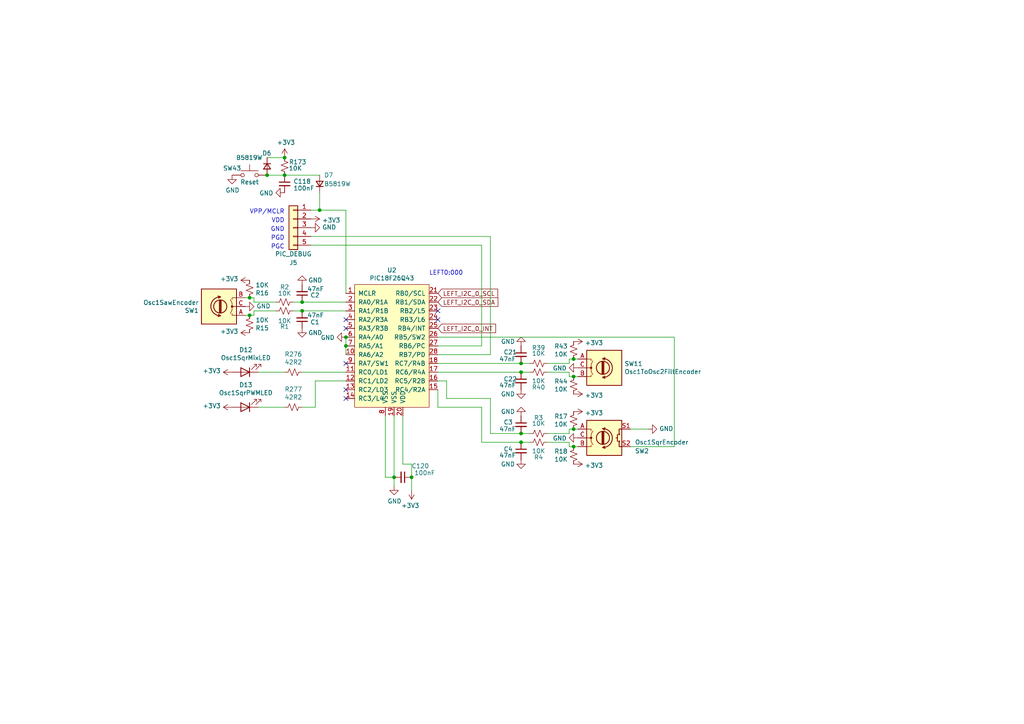
<source format=kicad_sch>
(kicad_sch (version 20210621) (generator eeschema)
  (paper "A4")
  (lib_symbols
    (symbol "Connector_Generic:Conn_01x05" (pin_names (offset 1.016) hide)
      (property "Reference" "J" (at 0 7.62 0))
      (property "Value" "Conn_01x05" (at 0 -7.62 0))
      (symbol "Conn_01x05_1_1"
        (rectangle (start -1.27 -4.953) (end 0 -5.207) (stroke (width 0.1524)))
        (rectangle (start -1.27 -2.413) (end 0 -2.667) (stroke (width 0.1524)))
        (rectangle (start -1.27 0.127) (end 0 -0.127) (stroke (width 0.1524)))
        (rectangle (start -1.27 2.667) (end 0 2.413) (stroke (width 0.1524)))
        (rectangle (start -1.27 5.207) (end 0 4.953) (stroke (width 0.1524)))
        (rectangle (start -1.27 6.35) (end 1.27 -6.35) (stroke (width 0.254)) (fill (type background)))
        (pin passive line (at -5.08 5.08 0) (length 3.81) (name "Pin_1") (number "1"))
        (pin passive line (at -5.08 2.54 0) (length 3.81) (name "Pin_2") (number "2"))
        (pin passive line (at -5.08 0 0) (length 3.81) (name "Pin_3") (number "3"))
        (pin passive line (at -5.08 -2.54 0) (length 3.81) (name "Pin_4") (number "4"))
        (pin passive line (at -5.08 -5.08 0) (length 3.81) (name "Pin_5") (number "5"))
      )
    )
    (symbol "Device:C_Small" (pin_numbers hide) (pin_names (offset 0.254) hide)
      (property "Reference" "C" (at 0.254 1.778 0))
      (property "Value" "C_Small" (at 0.254 -2.032 0))
      (symbol "C_Small_0_1"
        (polyline (pts (xy -1.524 -0.508) (xy 1.524 -0.508)) (stroke (width 0.3302)))
        (polyline (pts (xy -1.524 0.508) (xy 1.524 0.508)) (stroke (width 0.3048)))
      )
      (symbol "C_Small_1_1"
        (pin passive line (at 0 2.54 270) (length 2.032) (name "~") (number "1"))
        (pin passive line (at 0 -2.54 90) (length 2.032) (name "~") (number "2"))
      )
    )
    (symbol "Device:D_Small" (pin_numbers hide) (pin_names (offset 0.254) hide)
      (property "Reference" "D" (at -1.27 2.032 0))
      (property "Value" "D_Small" (at -3.81 -2.032 0))
      (symbol "D_Small_0_1"
        (polyline (pts (xy -0.762 -1.016) (xy -0.762 1.016)) (stroke (width 0.254)))
        (polyline (pts (xy -0.762 0) (xy 0.762 0)))
        (polyline (pts (xy 0.762 -1.016) (xy -0.762 0) (xy 0.762 1.016) (xy 0.762 -1.016)) (stroke (width 0.254)))
      )
      (symbol "D_Small_1_1"
        (pin passive line (at -2.54 0 0) (length 1.778) (name "K") (number "1"))
        (pin passive line (at 2.54 0 180) (length 1.778) (name "A") (number "2"))
      )
    )
    (symbol "Device:LED" (pin_numbers hide) (pin_names (offset 1.016) hide)
      (property "Reference" "D" (at 0 2.54 0))
      (property "Value" "LED" (at 0 -2.54 0))
      (symbol "LED_0_1"
        (polyline (pts (xy -1.27 -1.27) (xy -1.27 1.27)) (stroke (width 0.254)))
        (polyline (pts (xy -1.27 0) (xy 1.27 0)))
        (polyline (pts (xy 1.27 -1.27) (xy 1.27 1.27) (xy -1.27 0) (xy 1.27 -1.27)) (stroke (width 0.254)))
        (polyline (pts (xy -3.048 -0.762) (xy -4.572 -2.286) (xy -3.81 -2.286) (xy -4.572 -2.286) (xy -4.572 -1.524)))
        (polyline (pts (xy -1.778 -0.762) (xy -3.302 -2.286) (xy -2.54 -2.286) (xy -3.302 -2.286) (xy -3.302 -1.524)))
      )
      (symbol "LED_1_1"
        (pin passive line (at -3.81 0 0) (length 2.54) (name "K") (number "1"))
        (pin passive line (at 3.81 0 180) (length 2.54) (name "A") (number "2"))
      )
    )
    (symbol "Device:R_Small_US" (pin_numbers hide) (pin_names (offset 0.254) hide)
      (property "Reference" "R" (at 0.762 0.508 0))
      (property "Value" "R_Small_US" (at 0.762 -1.016 0))
      (symbol "R_Small_US_1_1"
        (polyline (pts (xy 0 0) (xy 1.016 -0.381) (xy 0 -0.762) (xy -1.016 -1.143) (xy 0 -1.524)))
        (polyline (pts (xy 0 1.524) (xy 1.016 1.143) (xy 0 0.762) (xy -1.016 0.381) (xy 0 0)))
        (pin passive line (at 0 2.54 270) (length 1.016) (name "~") (number "1"))
        (pin passive line (at 0 -2.54 90) (length 1.016) (name "~") (number "2"))
      )
    )
    (symbol "Device:RotaryEncoder" (pin_names (offset 0.254) hide)
      (property "Reference" "SW" (at 0 6.604 0))
      (property "Value" "RotaryEncoder" (at 0 -6.604 0))
      (symbol "RotaryEncoder_0_1"
        (arc (start -0.381 -2.794) (end -0.381 2.667) (radius (at -0.381 -0.0508) (length 2.7432) (angles -89.9 89.9)) (stroke (width 0.254)))
        (circle (center -0.381 0) (radius 1.905) (stroke (width 0.254)))
        (circle (center -3.81 0) (radius 0.254) (fill (type outline)))
        (rectangle (start -5.08 5.08) (end 5.08 -5.08) (stroke (width 0.254)) (fill (type background)))
        (polyline (pts (xy -0.635 -1.778) (xy -0.635 1.778)) (stroke (width 0.254)))
        (polyline (pts (xy -0.381 -1.778) (xy -0.381 1.778)) (stroke (width 0.254)))
        (polyline (pts (xy -0.127 1.778) (xy -0.127 -1.778)) (stroke (width 0.254)))
        (polyline (pts (xy -5.08 -2.54) (xy -3.81 -2.54) (xy -3.81 -2.032)))
        (polyline (pts (xy -5.08 2.54) (xy -3.81 2.54) (xy -3.81 2.032)))
        (polyline (pts (xy 0.254 -3.048) (xy -0.508 -2.794) (xy 0.127 -2.413)) (stroke (width 0.254)))
        (polyline (pts (xy 0.254 2.921) (xy -0.508 2.667) (xy 0.127 2.286)) (stroke (width 0.254)))
        (polyline (pts (xy -5.08 0) (xy -3.81 0) (xy -3.81 -1.016) (xy -3.302 -2.032)))
        (polyline (pts (xy -4.318 0) (xy -3.81 0) (xy -3.81 1.016) (xy -3.302 2.032)))
      )
      (symbol "RotaryEncoder_1_1"
        (pin passive line (at -7.62 2.54 0) (length 2.54) (name "A") (number "A"))
        (pin passive line (at -7.62 -2.54 0) (length 2.54) (name "B") (number "B"))
        (pin passive line (at -7.62 0 0) (length 2.54) (name "C") (number "C"))
      )
    )
    (symbol "Device:RotaryEncoder_Switch" (pin_names (offset 0.254) hide)
      (property "Reference" "SW" (at 0 6.604 0))
      (property "Value" "RotaryEncoder_Switch" (at 0 -6.604 0))
      (symbol "RotaryEncoder_Switch_0_1"
        (arc (start -0.381 -2.794) (end -0.381 2.667) (radius (at -0.381 -0.0508) (length 2.7432) (angles -89.9 89.9)) (stroke (width 0.254)))
        (circle (center -0.381 0) (radius 1.905) (stroke (width 0.254)))
        (circle (center 4.318 -1.016) (radius 0.127) (stroke (width 0.254)))
        (circle (center 4.318 1.016) (radius 0.127) (stroke (width 0.254)))
        (circle (center -3.81 0) (radius 0.254) (fill (type outline)))
        (rectangle (start -5.08 5.08) (end 5.08 -5.08) (stroke (width 0.254)) (fill (type background)))
        (polyline (pts (xy -0.635 -1.778) (xy -0.635 1.778)) (stroke (width 0.254)))
        (polyline (pts (xy -0.381 -1.778) (xy -0.381 1.778)) (stroke (width 0.254)))
        (polyline (pts (xy -0.127 1.778) (xy -0.127 -1.778)) (stroke (width 0.254)))
        (polyline (pts (xy 3.81 0) (xy 3.429 0)) (stroke (width 0.254)))
        (polyline (pts (xy 3.81 1.016) (xy 3.81 -1.016)) (stroke (width 0.254)))
        (polyline (pts (xy -5.08 -2.54) (xy -3.81 -2.54) (xy -3.81 -2.032)))
        (polyline (pts (xy -5.08 2.54) (xy -3.81 2.54) (xy -3.81 2.032)))
        (polyline (pts (xy 0.254 -3.048) (xy -0.508 -2.794) (xy 0.127 -2.413)) (stroke (width 0.254)))
        (polyline (pts (xy 0.254 2.921) (xy -0.508 2.667) (xy 0.127 2.286)) (stroke (width 0.254)))
        (polyline (pts (xy 5.08 -2.54) (xy 4.318 -2.54) (xy 4.318 -1.016)) (stroke (width 0.254)))
        (polyline (pts (xy 5.08 2.54) (xy 4.318 2.54) (xy 4.318 1.016)) (stroke (width 0.254)))
        (polyline (pts (xy -5.08 0) (xy -3.81 0) (xy -3.81 -1.016) (xy -3.302 -2.032)))
        (polyline (pts (xy -4.318 0) (xy -3.81 0) (xy -3.81 1.016) (xy -3.302 2.032)))
      )
      (symbol "RotaryEncoder_Switch_1_1"
        (pin passive line (at -7.62 2.54 0) (length 2.54) (name "A") (number "A"))
        (pin passive line (at -7.62 -2.54 0) (length 2.54) (name "B") (number "B"))
        (pin passive line (at -7.62 0 0) (length 2.54) (name "C") (number "C"))
        (pin passive line (at 7.62 2.54 180) (length 2.54) (name "S1") (number "S1"))
        (pin passive line (at 7.62 -2.54 180) (length 2.54) (name "S2") (number "S2"))
      )
    )
    (symbol "PIC18F26Q43:PIC18F26Q43" (pin_names (offset 1.016))
      (property "Reference" "U" (at -6.35 -1.27 0))
      (property "Value" "PIC18F26Q43" (at -6.35 -3.81 0))
      (symbol "PIC18F26Q43_0_1"
        (rectangle (start -17.78 -6.35) (end 3.81 -41.91) (fill (type background)))
      )
      (symbol "PIC18F26Q43_1_1"
        (pin input line (at -20.32 -8.89 0) (length 2.54) (name "MCLR") (number "1"))
        (pin input line (at -20.32 -26.67 0) (length 2.54) (name "RA6/A2") (number "10"))
        (pin output line (at -20.32 -31.75 0) (length 2.54) (name "RC0/LD1") (number "11"))
        (pin output line (at -20.32 -34.29 0) (length 2.54) (name "RC1/LD2") (number "12"))
        (pin output line (at -20.32 -36.83 0) (length 2.54) (name "RC2/LD3") (number "13"))
        (pin output line (at -20.32 -39.37 0) (length 2.54) (name "RC3/L4") (number "14"))
        (pin input line (at 6.35 -36.83 180) (length 2.54) (name "RC4/R2A") (number "15"))
        (pin input line (at 6.35 -34.29 180) (length 2.54) (name "RC5/R2B") (number "16"))
        (pin input line (at 6.35 -31.75 180) (length 2.54) (name "RC6/R4A") (number "17"))
        (pin input line (at 6.35 -29.21 180) (length 2.54) (name "RC7/R4B") (number "18"))
        (pin power_in line (at -6.35 -44.45 90) (length 2.54) (name "VSS") (number "19"))
        (pin input line (at -20.32 -11.43 0) (length 2.54) (name "RA0/R1A") (number "2"))
        (pin power_in line (at -3.81 -44.45 90) (length 2.54) (name "VDD") (number "20"))
        (pin input line (at 6.35 -8.89 180) (length 2.54) (name "RB0/SCL") (number "21"))
        (pin bidirectional line (at 6.35 -11.43 180) (length 2.54) (name "RB1/SDA") (number "22"))
        (pin output line (at 6.35 -13.97 180) (length 2.54) (name "RB2/L5") (number "23"))
        (pin output line (at 6.35 -16.51 180) (length 2.54) (name "RB3/L6") (number "24"))
        (pin bidirectional line (at 6.35 -19.05 180) (length 2.54) (name "RB4/INT") (number "25"))
        (pin output line (at 6.35 -21.59 180) (length 2.54) (name "RB5/SW2") (number "26"))
        (pin input line (at 6.35 -24.13 180) (length 2.54) (name "RB6/PC") (number "27"))
        (pin input line (at 6.35 -26.67 180) (length 2.54) (name "RB7/PD") (number "28"))
        (pin input line (at -20.32 -13.97 0) (length 2.54) (name "RA1/R1B") (number "3"))
        (pin input line (at -20.32 -16.51 0) (length 2.54) (name "RA2/R3A") (number "4"))
        (pin input line (at -20.32 -19.05 0) (length 2.54) (name "RA3/R3B") (number "5"))
        (pin input line (at -20.32 -21.59 0) (length 2.54) (name "RA4/A0") (number "6"))
        (pin input line (at -20.32 -24.13 0) (length 2.54) (name "RA5/A1") (number "7"))
        (pin power_in line (at -8.89 -44.45 90) (length 2.54) (name "VSS") (number "8"))
        (pin input line (at -20.32 -29.21 0) (length 2.54) (name "RA7/SW1") (number "9"))
      )
    )
    (symbol "Switch:SW_Push" (pin_numbers hide) (pin_names (offset 1.016) hide)
      (property "Reference" "SW" (at 1.27 2.54 0))
      (property "Value" "SW_Push" (at 0 -1.524 0))
      (symbol "SW_Push_0_1"
        (circle (center -2.032 0) (radius 0.508))
        (circle (center 2.032 0) (radius 0.508))
        (polyline (pts (xy 0 1.27) (xy 0 3.048)))
        (polyline (pts (xy 2.54 1.27) (xy -2.54 1.27)))
        (pin passive line (at -5.08 0 0) (length 2.54) (name "1") (number "1"))
        (pin passive line (at 5.08 0 180) (length 2.54) (name "2") (number "2"))
      )
    )
    (symbol "power:+3.3V" (power) (pin_names (offset 0))
      (property "Value" "+3.3V" (at 0 3.556 0))
      (symbol "+3.3V_0_1"
        (polyline (pts (xy -0.762 1.27) (xy 0 2.54)))
        (polyline (pts (xy 0 0) (xy 0 2.54)))
        (polyline (pts (xy 0 2.54) (xy 0.762 1.27)))
      )
      (symbol "+3.3V_1_1"
        (pin power_in line (at 0 0 90) (length 0) hide (name "+3V3") (number "1"))
      )
    )
    (symbol "power:GND" (power) (pin_names (offset 0))
      (property "Value" "GND" (at 0 -3.81 0))
      (symbol "GND_0_1"
        (polyline (pts (xy 0 0) (xy 0 -1.27) (xy 1.27 -1.27) (xy 0 -2.54) (xy -1.27 -1.27) (xy 0 -1.27)))
      )
      (symbol "GND_1_1"
        (pin power_in line (at 0 0 270) (length 0) hide (name "GND") (number "1"))
      )
    )
  )
  (junction (at 72.39 86.36))
  (junction (at 72.39 91.44))
  (junction (at 77.47 50.8))
  (junction (at 82.55 45.72))
  (junction (at 82.55 50.8))
  (junction (at 87.63 87.63))
  (junction (at 87.63 90.17))
  (junction (at 92.71 60.96))
  (junction (at 100.33 97.79))
  (junction (at 100.33 100.33))
  (junction (at 114.3 138.43))
  (junction (at 119.38 138.43))
  (junction (at 151.13 105.41))
  (junction (at 151.13 107.95))
  (junction (at 151.13 125.73))
  (junction (at 151.13 128.27))
  (junction (at 166.37 104.14))
  (junction (at 166.37 109.22))
  (junction (at 166.37 124.46))
  (junction (at 166.37 129.54))
  (no_connect (at 100.33 92.71))
  (no_connect (at 100.33 95.25))
  (no_connect (at 100.33 105.41))
  (no_connect (at 100.33 113.03))
  (no_connect (at 100.33 115.57))
  (no_connect (at 127 90.17))
  (no_connect (at 127 92.71))
  (wire (pts (xy 72.39 86.36) (xy 71.12 86.36)))
  (wire (pts (xy 72.39 91.44) (xy 71.12 91.44)))
  (wire (pts (xy 73.66 86.36) (xy 72.39 86.36)))
  (wire (pts (xy 73.66 87.63) (xy 73.66 86.36)))
  (wire (pts (xy 73.66 91.44) (xy 72.39 91.44)))
  (wire (pts (xy 73.66 91.44) (xy 73.66 90.17)))
  (wire (pts (xy 74.93 107.95) (xy 82.55 107.95)))
  (wire (pts (xy 77.47 50.8) (xy 82.55 50.8)))
  (wire (pts (xy 80.01 87.63) (xy 73.66 87.63)))
  (wire (pts (xy 80.01 90.17) (xy 73.66 90.17)))
  (wire (pts (xy 82.55 45.72) (xy 77.47 45.72)))
  (wire (pts (xy 82.55 50.8) (xy 92.71 50.8)))
  (wire (pts (xy 82.55 118.11) (xy 74.93 118.11)))
  (wire (pts (xy 85.09 87.63) (xy 87.63 87.63)))
  (wire (pts (xy 85.09 90.17) (xy 87.63 90.17)))
  (wire (pts (xy 87.63 87.63) (xy 100.33 87.63)))
  (wire (pts (xy 87.63 90.17) (xy 100.33 90.17)))
  (wire (pts (xy 87.63 107.95) (xy 100.33 107.95)))
  (wire (pts (xy 87.63 118.11) (xy 91.44 118.11)))
  (wire (pts (xy 90.17 60.96) (xy 92.71 60.96)))
  (wire (pts (xy 90.17 68.58) (xy 142.24 68.58)))
  (wire (pts (xy 90.17 71.12) (xy 139.7 71.12)))
  (wire (pts (xy 91.44 110.49) (xy 100.33 110.49)))
  (wire (pts (xy 91.44 118.11) (xy 91.44 110.49)))
  (wire (pts (xy 92.71 60.96) (xy 92.71 55.88)))
  (wire (pts (xy 100.33 60.96) (xy 92.71 60.96)))
  (wire (pts (xy 100.33 60.96) (xy 100.33 85.09)))
  (wire (pts (xy 100.33 97.79) (xy 100.33 100.33)))
  (wire (pts (xy 100.33 100.33) (xy 100.33 102.87)))
  (wire (pts (xy 111.76 120.65) (xy 111.76 138.43)))
  (wire (pts (xy 111.76 138.43) (xy 114.3 138.43)))
  (wire (pts (xy 114.3 120.65) (xy 114.3 138.43)))
  (wire (pts (xy 114.3 138.43) (xy 114.3 140.97)))
  (wire (pts (xy 116.84 120.65) (xy 116.84 134.62)))
  (wire (pts (xy 119.38 134.62) (xy 116.84 134.62)))
  (wire (pts (xy 119.38 134.62) (xy 119.38 138.43)))
  (wire (pts (xy 119.38 142.24) (xy 119.38 138.43)))
  (wire (pts (xy 127 97.79) (xy 195.58 97.79)))
  (wire (pts (xy 127 102.87) (xy 142.24 102.87)))
  (wire (pts (xy 127 105.41) (xy 151.13 105.41)))
  (wire (pts (xy 127 107.95) (xy 151.13 107.95)))
  (wire (pts (xy 127 113.03) (xy 127 118.11)))
  (wire (pts (xy 127 118.11) (xy 139.7 118.11)))
  (wire (pts (xy 129.54 110.49) (xy 127 110.49)))
  (wire (pts (xy 129.54 115.57) (xy 129.54 110.49)))
  (wire (pts (xy 139.7 71.12) (xy 139.7 100.33)))
  (wire (pts (xy 139.7 100.33) (xy 127 100.33)))
  (wire (pts (xy 139.7 118.11) (xy 139.7 128.27)))
  (wire (pts (xy 139.7 128.27) (xy 151.13 128.27)))
  (wire (pts (xy 142.24 68.58) (xy 142.24 102.87)))
  (wire (pts (xy 142.24 115.57) (xy 129.54 115.57)))
  (wire (pts (xy 142.24 115.57) (xy 142.24 125.73)))
  (wire (pts (xy 142.24 125.73) (xy 151.13 125.73)))
  (wire (pts (xy 153.67 105.41) (xy 151.13 105.41)))
  (wire (pts (xy 153.67 107.95) (xy 151.13 107.95)))
  (wire (pts (xy 153.67 125.73) (xy 151.13 125.73)))
  (wire (pts (xy 153.67 128.27) (xy 151.13 128.27)))
  (wire (pts (xy 158.75 105.41) (xy 165.1 105.41)))
  (wire (pts (xy 158.75 107.95) (xy 165.1 107.95)))
  (wire (pts (xy 158.75 125.73) (xy 165.1 125.73)))
  (wire (pts (xy 158.75 128.27) (xy 165.1 128.27)))
  (wire (pts (xy 165.1 104.14) (xy 165.1 105.41)))
  (wire (pts (xy 165.1 104.14) (xy 166.37 104.14)))
  (wire (pts (xy 165.1 107.95) (xy 165.1 109.22)))
  (wire (pts (xy 165.1 109.22) (xy 166.37 109.22)))
  (wire (pts (xy 165.1 124.46) (xy 165.1 125.73)))
  (wire (pts (xy 165.1 124.46) (xy 166.37 124.46)))
  (wire (pts (xy 165.1 128.27) (xy 165.1 129.54)))
  (wire (pts (xy 165.1 129.54) (xy 166.37 129.54)))
  (wire (pts (xy 166.37 104.14) (xy 167.64 104.14)))
  (wire (pts (xy 166.37 109.22) (xy 167.64 109.22)))
  (wire (pts (xy 166.37 124.46) (xy 167.64 124.46)))
  (wire (pts (xy 166.37 129.54) (xy 167.64 129.54)))
  (wire (pts (xy 182.88 124.46) (xy 187.96 124.46)))
  (wire (pts (xy 182.88 129.54) (xy 195.58 129.54)))
  (wire (pts (xy 195.58 97.79) (xy 195.58 129.54)))
  (text "VPP/MCLR" (at 82.55 62.23 180) (effects (font (size 1.27 1.27)) (justify right bottom)))
  (text "VDD" (at 82.55 64.77 180) (effects (font (size 1.27 1.27)) (justify right bottom)))
  (text "GND" (at 82.55 67.31 180) (effects (font (size 1.27 1.27)) (justify right bottom)))
  (text "PGD" (at 82.55 69.85 180) (effects (font (size 1.27 1.27)) (justify right bottom)))
  (text "PGC" (at 82.55 72.39 180) (effects (font (size 1.27 1.27)) (justify right bottom)))
  (text "LEFT0:000" (at 124.46 80.01 0) (effects (font (size 1.27 1.27)) (justify left bottom)))
  (global_label "LEFT_I2C_0_SCL" (shape input) (at 127 85.09 0) (property "Intersheet References" "${INTERSHEET_REFS}" (effects hide)))
  (global_label "LEFT_I2C_0_SDA" (shape input) (at 127 87.63 0) (property "Intersheet References" "${INTERSHEET_REFS}" (effects hide)))
  (global_label "LEFT_I2C_0_INT" (shape input) (at 127 95.25 0) (property "Intersheet References" "${INTERSHEET_REFS}" (effects hide)))
  (symbol (lib_id "power:+3.3V") (at 67.31 107.95 90) (unit 1)
    (property "Reference" "#PWR0638" (effects hide))
    (property "Value" "+3.3V" (at 64.0588 107.569 90) (effects (justify left)))
  )
  (symbol (lib_id "power:+3.3V") (at 67.31 118.11 90) (unit 1)
    (property "Reference" "#PWR0639" (effects hide))
    (property "Value" "+3.3V" (at 64.0588 117.729 90) (effects (justify left)))
  )
  (symbol (lib_id "power:+3.3V") (at 72.39 81.28 90) (unit 1)
    (property "Reference" "#PWR0205" (effects hide))
    (property "Value" "+3.3V" (at 69.1388 80.899 90) (effects (justify left)))
  )
  (symbol (lib_id "power:+3.3V") (at 72.39 96.52 90) (unit 1)
    (property "Reference" "#PWR0202" (effects hide))
    (property "Value" "+3.3V" (at 69.1388 96.139 90) (effects (justify left)))
  )
  (symbol (lib_id "power:+3.3V") (at 82.55 45.72 0) (unit 1)
    (property "Reference" "#PWR0193" (effects hide))
    (property "Value" "+3.3V" (at 82.931 41.3258 0))
  )
  (symbol (lib_id "power:+3.3V") (at 90.17 63.5 270) (unit 1)
    (property "Reference" "#PWR0196" (effects hide))
    (property "Value" "+3.3V" (at 93.4212 63.881 90) (effects (justify left)))
  )
  (symbol (lib_id "power:+3.3V") (at 119.38 142.24 180) (unit 1)
    (property "Reference" "#PWR0200" (effects hide))
    (property "Value" "+3.3V" (at 118.999 146.6342 0))
  )
  (symbol (lib_id "power:+3.3V") (at 166.37 99.06 270) (unit 1)
    (property "Reference" "#PWR0211" (effects hide))
    (property "Value" "+3.3V" (at 169.6212 99.441 90) (effects (justify left)))
  )
  (symbol (lib_id "power:+3.3V") (at 166.37 114.3 270) (unit 1)
    (property "Reference" "#PWR0217" (effects hide))
    (property "Value" "+3.3V" (at 169.6212 114.681 90) (effects (justify left)))
  )
  (symbol (lib_id "power:+3.3V") (at 166.37 119.38 270) (unit 1)
    (property "Reference" "#PWR0208" (effects hide))
    (property "Value" "+3.3V" (at 169.6212 119.761 90) (effects (justify left)))
  )
  (symbol (lib_id "power:+3.3V") (at 166.37 134.62 270) (unit 1)
    (property "Reference" "#PWR0209" (effects hide))
    (property "Value" "+3.3V" (at 169.6212 135.001 90) (effects (justify left)))
  )
  (symbol (lib_id "power:GND") (at 67.31 50.8 0) (unit 1)
    (property "Reference" "#PWR0252" (effects hide))
    (property "Value" "GND" (at 67.437 55.1942 0))
  )
  (symbol (lib_id "power:GND") (at 71.12 88.9 90) (unit 1)
    (property "Reference" "#PWR073" (effects hide))
    (property "Value" "GND" (at 74.3712 88.773 90) (effects (justify right)))
  )
  (symbol (lib_id "power:GND") (at 82.55 55.88 270) (unit 1)
    (property "Reference" "#PWR0251" (effects hide))
    (property "Value" "GND" (at 79.2988 56.007 90) (effects (justify right)))
  )
  (symbol (lib_id "power:GND") (at 87.63 82.55 180) (unit 1)
    (property "Reference" "#PWR052" (effects hide))
    (property "Value" "GND" (at 91.44 81.28 0))
  )
  (symbol (lib_id "power:GND") (at 87.63 95.25 0) (unit 1)
    (property "Reference" "#PWR051" (effects hide))
    (property "Value" "GND" (at 91.44 96.52 0))
  )
  (symbol (lib_id "power:GND") (at 90.17 66.04 90) (unit 1)
    (property "Reference" "#PWR0249" (effects hide))
    (property "Value" "GND" (at 93.4212 65.913 90) (effects (justify right)))
  )
  (symbol (lib_id "power:GND") (at 100.33 97.79 270) (unit 1)
    (property "Reference" "#PWR0903" (effects hide))
    (property "Value" "GND" (at 97.0788 97.917 90) (effects (justify right)))
  )
  (symbol (lib_id "power:GND") (at 114.3 140.97 0) (unit 1)
    (property "Reference" "#PWR0243" (effects hide))
    (property "Value" "GND" (at 114.427 145.3642 0))
  )
  (symbol (lib_id "power:GND") (at 151.13 100.33 180) (unit 1)
    (property "Reference" "#PWR097" (effects hide))
    (property "Value" "GND" (at 147.32 99.06 0))
  )
  (symbol (lib_id "power:GND") (at 151.13 113.03 0) (unit 1)
    (property "Reference" "#PWR098" (effects hide))
    (property "Value" "GND" (at 147.32 114.3 0))
  )
  (symbol (lib_id "power:GND") (at 151.13 120.65 180) (unit 1)
    (property "Reference" "#PWR053" (effects hide))
    (property "Value" "GND" (at 147.32 119.38 0))
  )
  (symbol (lib_id "power:GND") (at 151.13 133.35 0) (unit 1)
    (property "Reference" "#PWR054" (effects hide))
    (property "Value" "GND" (at 147.32 134.62 0))
  )
  (symbol (lib_id "power:GND") (at 167.64 106.68 270) (unit 1)
    (property "Reference" "#PWR0104" (effects hide))
    (property "Value" "GND" (at 164.3888 106.807 90) (effects (justify right)))
  )
  (symbol (lib_id "power:GND") (at 167.64 127 270) (unit 1)
    (property "Reference" "#PWR074" (effects hide))
    (property "Value" "GND" (at 164.3888 127.127 90) (effects (justify right)))
  )
  (symbol (lib_id "power:GND") (at 187.96 124.46 90) (unit 1)
    (property "Reference" "#PWR0376" (effects hide))
    (property "Value" "GND" (at 191.2112 124.333 90) (effects (justify right)))
  )
  (symbol (lib_id "Device:R_Small_US") (at 72.39 83.82 0) (mirror y) (unit 1)
    (property "Reference" "R16" (at 74.0918 84.9884 0) (effects (justify right)))
    (property "Value" "10K" (at 74.0918 82.677 0) (effects (justify right)))
    (property "Footprint" "Resistor_SMD:R_0402_1005Metric" (effects hide))
    (property "LCSC" "C25744" (effects hide))
  )
  (symbol (lib_id "Device:R_Small_US") (at 72.39 93.98 0) (mirror y) (unit 1)
    (property "Reference" "R15" (at 74.0918 95.1484 0) (effects (justify right)))
    (property "Value" "10K" (at 74.0918 92.837 0) (effects (justify right)))
    (property "Footprint" "Resistor_SMD:R_0402_1005Metric" (effects hide))
    (property "LCSC" "C25744" (effects hide))
  )
  (symbol (lib_id "Device:R_Small_US") (at 82.55 48.26 180) (unit 1)
    (property "Reference" "R173" (at 88.9 46.99 0) (effects (justify left)))
    (property "Value" "10K" (at 87.63 49.53 0) (effects (justify left top)))
    (property "Footprint" "Resistor_SMD:R_0603_1608Metric" (effects hide))
    (property "LCSC" "C25804" (effects hide))
  )
  (symbol (lib_id "Device:R_Small_US") (at 82.55 87.63 270) (unit 1)
    (property "Reference" "R2" (at 82.55 82.55 90) (effects (justify top)))
    (property "Value" "10K" (at 82.55 85.09 90))
    (property "Footprint" "Resistor_SMD:R_0402_1005Metric" (effects hide))
    (property "LCSC" "C25744" (effects hide))
  )
  (symbol (lib_id "Device:R_Small_US") (at 82.55 90.17 90) (unit 1)
    (property "Reference" "R1" (at 82.55 93.98 90) (effects (justify bottom)))
    (property "Value" "10K" (at 82.55 93.0656 90))
    (property "Footprint" "Resistor_SMD:R_0402_1005Metric" (effects hide))
    (property "LCSC" "C25744" (effects hide))
  )
  (symbol (lib_id "Device:R_Small_US") (at 85.09 107.95 270) (unit 1)
    (property "Reference" "R276" (at 85.09 102.743 90))
    (property "Value" "42R2" (at 85.09 105.0544 90))
    (property "Footprint" "Resistor_SMD:R_0603_1608Metric" (effects hide))
    (property "LCSC" "C23182" (effects hide))
  )
  (symbol (lib_id "Device:R_Small_US") (at 85.09 118.11 270) (unit 1)
    (property "Reference" "R277" (at 85.09 112.903 90))
    (property "Value" "42R2" (at 85.09 115.2144 90))
    (property "Footprint" "Resistor_SMD:R_0603_1608Metric" (effects hide))
    (property "LCSC" "C23182" (effects hide))
  )
  (symbol (lib_id "Device:R_Small_US") (at 156.21 105.41 270) (unit 1)
    (property "Reference" "R39" (at 156.21 101.6 90) (effects (justify bottom)))
    (property "Value" "10K" (at 156.21 102.5144 90))
    (property "Footprint" "Resistor_SMD:R_0402_1005Metric" (effects hide))
    (property "LCSC" "C25744" (effects hide))
  )
  (symbol (lib_id "Device:R_Small_US") (at 156.21 107.95 90) (unit 1)
    (property "Reference" "R40" (at 156.21 113.03 90) (effects (justify top)))
    (property "Value" "10K" (at 156.21 110.49 90))
    (property "Footprint" "Resistor_SMD:R_0402_1005Metric" (effects hide))
    (property "LCSC" "C25744" (effects hide))
  )
  (symbol (lib_id "Device:R_Small_US") (at 156.21 125.73 270) (unit 1)
    (property "Reference" "R3" (at 156.21 121.92 90) (effects (justify bottom)))
    (property "Value" "10K" (at 156.21 122.8344 90))
    (property "Footprint" "Resistor_SMD:R_0402_1005Metric" (effects hide))
    (property "LCSC" "C25744" (effects hide))
  )
  (symbol (lib_id "Device:R_Small_US") (at 156.21 128.27 90) (unit 1)
    (property "Reference" "R4" (at 156.21 133.35 90) (effects (justify top)))
    (property "Value" "10K" (at 156.21 130.81 90))
    (property "Footprint" "Resistor_SMD:R_0402_1005Metric" (effects hide))
    (property "LCSC" "C25744" (effects hide))
  )
  (symbol (lib_id "Device:R_Small_US") (at 166.37 101.6 0) (mirror x) (unit 1)
    (property "Reference" "R43" (at 164.6682 100.4316 0) (effects (justify right)))
    (property "Value" "10K" (at 164.6682 102.743 0) (effects (justify right)))
    (property "Footprint" "Resistor_SMD:R_0402_1005Metric" (effects hide))
    (property "LCSC" "C25744" (effects hide))
  )
  (symbol (lib_id "Device:R_Small_US") (at 166.37 111.76 0) (mirror x) (unit 1)
    (property "Reference" "R44" (at 164.6682 110.5916 0) (effects (justify right)))
    (property "Value" "10K" (at 164.6682 112.903 0) (effects (justify right)))
    (property "Footprint" "Resistor_SMD:R_0402_1005Metric" (effects hide))
    (property "LCSC" "C25744" (effects hide))
  )
  (symbol (lib_id "Device:R_Small_US") (at 166.37 121.92 0) (mirror x) (unit 1)
    (property "Reference" "R17" (at 164.6682 120.7516 0) (effects (justify right)))
    (property "Value" "10K" (at 164.6682 123.063 0) (effects (justify right)))
    (property "Footprint" "Resistor_SMD:R_0402_1005Metric" (effects hide))
    (property "LCSC" "C25744" (effects hide))
  )
  (symbol (lib_id "Device:R_Small_US") (at 166.37 132.08 0) (mirror x) (unit 1)
    (property "Reference" "R18" (at 164.6682 130.9116 0) (effects (justify right)))
    (property "Value" "10K" (at 164.6682 133.223 0) (effects (justify right)))
    (property "Footprint" "Resistor_SMD:R_0402_1005Metric" (effects hide))
    (property "LCSC" "C25744" (effects hide))
  )
  (symbol (lib_id "Device:D_Small") (at 77.47 48.26 270) (unit 1)
    (property "Reference" "D6" (at 78.74 44.45 90) (effects (justify right)))
    (property "Value" "B5819W" (at 76.2 45.72 90) (effects (justify right)))
    (property "Footprint" "Diode_SMD:D_SOD-123" (effects hide))
    (property "LCSC" "C8598" (effects hide))
  )
  (symbol (lib_id "Device:D_Small") (at 92.71 53.34 90) (unit 1)
    (property "Reference" "D7" (at 93.98 50.8 90) (effects (justify right)))
    (property "Value" "B5819W" (at 93.98 53.34 90) (effects (justify right)))
    (property "Footprint" "Diode_SMD:D_SOD-123" (effects hide))
    (property "LCSC" "C8598" (effects hide))
  )
  (symbol (lib_id "Device:C_Small") (at 82.55 53.34 0) (unit 1)
    (property "Reference" "C118" (at 85.09 53.34 0) (effects (justify left bottom)))
    (property "Value" "100nF" (at 85.09 54.61 0) (effects (justify left)))
    (property "Footprint" "Capacitor_SMD:C_0402_1005Metric" (effects hide))
    (property "LCSC" "C1525" (effects hide))
  )
  (symbol (lib_id "Device:C_Small") (at 87.63 85.09 0) (mirror x) (unit 1)
    (property "Reference" "C2" (at 92.71 86.36 0) (effects (justify right top)))
    (property "Value" "47nF" (at 93.98 83.82 0) (effects (justify right)))
    (property "Footprint" "Capacitor_SMD:C_0603_1608Metric" (effects hide))
    (property "LCSC" "C1622" (effects hide))
  )
  (symbol (lib_id "Device:C_Small") (at 87.63 92.71 0) (mirror x) (unit 1)
    (property "Reference" "C1" (at 92.71 92.71 0) (effects (justify right bottom)))
    (property "Value" "47nF" (at 93.98 91.44 0) (effects (justify right)))
    (property "Footprint" "Capacitor_SMD:C_0603_1608Metric" (effects hide))
    (property "LCSC" "C1622" (effects hide))
  )
  (symbol (lib_id "Device:C_Small") (at 116.84 138.43 270) (unit 1)
    (property "Reference" "C120" (at 121.92 135.89 90) (effects (justify bottom)))
    (property "Value" "100nF" (at 123.19 137.16 90))
    (property "Footprint" "Capacitor_SMD:C_0402_1005Metric" (effects hide))
    (property "LCSC" "C1525" (effects hide))
  )
  (symbol (lib_id "Device:C_Small") (at 151.13 102.87 0) (mirror y) (unit 1)
    (property "Reference" "C21" (at 146.05 102.87 0) (effects (justify right bottom)))
    (property "Value" "47nF" (at 144.78 104.14 0) (effects (justify right)))
    (property "Footprint" "Capacitor_SMD:C_0603_1608Metric" (effects hide))
    (property "LCSC" "C1622" (effects hide))
  )
  (symbol (lib_id "Device:C_Small") (at 151.13 110.49 0) (mirror y) (unit 1)
    (property "Reference" "C22" (at 146.05 109.22 0) (effects (justify right top)))
    (property "Value" "47nF" (at 144.78 111.76 0) (effects (justify right)))
    (property "Footprint" "Capacitor_SMD:C_0603_1608Metric" (effects hide))
    (property "LCSC" "C1622" (effects hide))
  )
  (symbol (lib_id "Device:C_Small") (at 151.13 123.19 0) (mirror y) (unit 1)
    (property "Reference" "C3" (at 146.05 123.19 0) (effects (justify right bottom)))
    (property "Value" "47nF" (at 144.78 124.46 0) (effects (justify right)))
    (property "Footprint" "Capacitor_SMD:C_0603_1608Metric" (effects hide))
    (property "LCSC" "C1622" (effects hide))
  )
  (symbol (lib_id "Device:C_Small") (at 151.13 130.81 0) (mirror y) (unit 1)
    (property "Reference" "C4" (at 146.05 129.54 0) (effects (justify right top)))
    (property "Value" "47nF" (at 144.78 132.08 0) (effects (justify right)))
    (property "Footprint" "Capacitor_SMD:C_0603_1608Metric" (effects hide))
    (property "LCSC" "C1622" (effects hide))
  )
  (symbol (lib_id "Device:LED") (at 71.12 107.95 180) (unit 1)
    (property "Reference" "D12" (at 71.2978 101.473 0))
    (property "Value" "Osc1SqrMixLED" (at 71.2978 103.7844 0))
    (property "Footprint" "LED_SMD:LED_0603_1608Metric" (effects hide))
    (property "LCSC" "C2286" (effects hide))
  )
  (symbol (lib_id "Device:LED") (at 71.12 118.11 180) (unit 1)
    (property "Reference" "D13" (at 71.2978 111.633 0))
    (property "Value" "Osc1SqrPWMLED" (at 71.2978 113.9444 0))
    (property "Footprint" "LED_SMD:LED_0603_1608Metric" (effects hide))
    (property "LCSC" "C2286" (effects hide))
  )
  (symbol (lib_id "Switch:SW_Push") (at 72.39 50.8 0) (unit 1)
    (property "Reference" "SW43" (at 67.31 49.53 0) (effects (justify bottom)))
    (property "Value" "Reset" (at 72.39 52.07 0) (effects (justify top)))
    (property "Footprint" "PTS636:PTS636" (effects hide))
  )
  (symbol (lib_id "Connector_Generic:Conn_01x05") (at 85.09 66.04 0) (mirror y) (unit 1)
    (property "Reference" "J5" (at 85.09 76.2 0))
    (property "Value" "PIC_DEBUG" (at 85.09 73.66 0))
    (property "Footprint" "Connector_PinHeader_1.27mm:PinHeader_1x05_P1.27mm_Vertical" (effects hide))
  )
  (symbol (lib_id "Device:RotaryEncoder") (at 63.5 88.9 180) (unit 1)
    (property "Reference" "SW1" (at 57.658 90.0684 0) (effects (justify left)))
    (property "Value" "Osc1SawEncoder" (at 57.658 87.757 0) (effects (justify left)))
    (property "Footprint" "PEC11R:PEC11R-4x15F-N0024" (effects hide))
  )
  (symbol (lib_id "Device:RotaryEncoder") (at 175.26 106.68 0) (unit 1)
    (property "Reference" "SW11" (at 181.102 105.5116 0) (effects (justify left)))
    (property "Value" "Osc1ToOsc2FiltEncoder" (at 181.102 107.823 0) (effects (justify left)))
    (property "Footprint" "PEC11R:PEC11R-4x15F-N0024" (effects hide))
  )
  (symbol (lib_id "Device:RotaryEncoder_Switch") (at 175.26 127 0) (unit 1)
    (property "Reference" "SW2" (at 184.15 130.81 0) (effects (justify left)))
    (property "Value" "Osc1SqrEncoder" (at 184.15 128.27 0) (effects (justify left)))
    (property "Footprint" "PEC11R:PEC11R-4x15F-S0024" (effects hide))
  )
  (symbol (lib_id "PIC18F26Q43:PIC18F26Q43") (at 120.65 76.2 0) (unit 1)
    (property "Reference" "U2" (at 113.665 78.359 0))
    (property "Value" "PIC18F26Q43" (at 113.665 80.6704 0))
    (property "Footprint" "Package_SO:SSOP-28_5.3x10.2mm_P0.65mm" (effects hide))
  )
)
</source>
